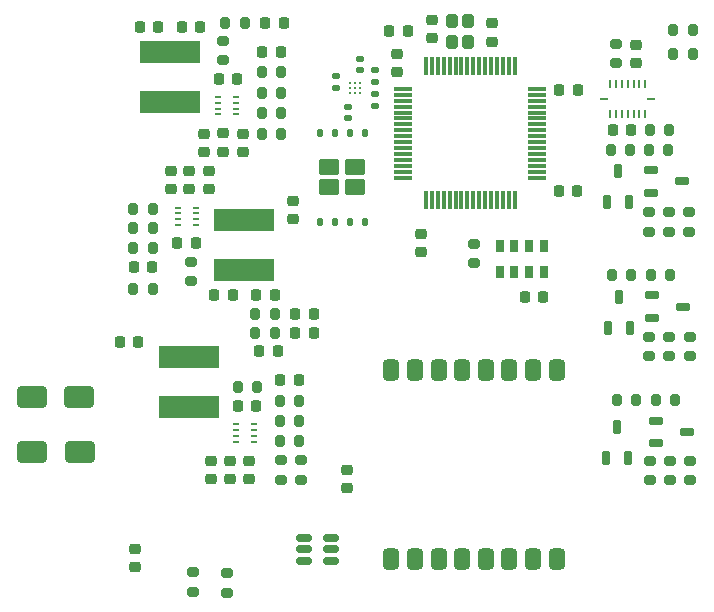
<source format=gbr>
%TF.GenerationSoftware,KiCad,Pcbnew,9.0.2+dfsg-1*%
%TF.CreationDate,2025-11-29T03:23:50-08:00*%
%TF.ProjectId,rc-plane,72632d70-6c61-46e6-952e-6b696361645f,rev?*%
%TF.SameCoordinates,Original*%
%TF.FileFunction,Paste,Bot*%
%TF.FilePolarity,Positive*%
%FSLAX46Y46*%
G04 Gerber Fmt 4.6, Leading zero omitted, Abs format (unit mm)*
G04 Created by KiCad (PCBNEW 9.0.2+dfsg-1) date 2025-11-29 03:23:50*
%MOMM*%
%LPD*%
G01*
G04 APERTURE LIST*
G04 Aperture macros list*
%AMRoundRect*
0 Rectangle with rounded corners*
0 $1 Rounding radius*
0 $2 $3 $4 $5 $6 $7 $8 $9 X,Y pos of 4 corners*
0 Add a 4 corners polygon primitive as box body*
4,1,4,$2,$3,$4,$5,$6,$7,$8,$9,$2,$3,0*
0 Add four circle primitives for the rounded corners*
1,1,$1+$1,$2,$3*
1,1,$1+$1,$4,$5*
1,1,$1+$1,$6,$7*
1,1,$1+$1,$8,$9*
0 Add four rect primitives between the rounded corners*
20,1,$1+$1,$2,$3,$4,$5,0*
20,1,$1+$1,$4,$5,$6,$7,0*
20,1,$1+$1,$6,$7,$8,$9,0*
20,1,$1+$1,$8,$9,$2,$3,0*%
G04 Aperture macros list end*
%ADD10R,0.609600X0.279400*%
%ADD11RoundRect,0.200000X-0.200000X-0.275000X0.200000X-0.275000X0.200000X0.275000X-0.200000X0.275000X0*%
%ADD12RoundRect,0.162500X0.162500X-0.447500X0.162500X0.447500X-0.162500X0.447500X-0.162500X-0.447500X0*%
%ADD13RoundRect,0.225000X0.250000X-0.225000X0.250000X0.225000X-0.250000X0.225000X-0.250000X-0.225000X0*%
%ADD14RoundRect,0.200000X0.275000X-0.200000X0.275000X0.200000X-0.275000X0.200000X-0.275000X-0.200000X0*%
%ADD15RoundRect,0.225000X-0.225000X-0.250000X0.225000X-0.250000X0.225000X0.250000X-0.225000X0.250000X0*%
%ADD16C,0.228600*%
%ADD17RoundRect,0.225000X0.225000X0.250000X-0.225000X0.250000X-0.225000X-0.250000X0.225000X-0.250000X0*%
%ADD18RoundRect,0.218750X0.218750X0.256250X-0.218750X0.256250X-0.218750X-0.256250X0.218750X-0.256250X0*%
%ADD19RoundRect,0.200000X-0.275000X0.200000X-0.275000X-0.200000X0.275000X-0.200000X0.275000X0.200000X0*%
%ADD20RoundRect,0.200000X0.200000X0.275000X-0.200000X0.275000X-0.200000X-0.275000X0.200000X-0.275000X0*%
%ADD21RoundRect,0.225000X-0.250000X0.225000X-0.250000X-0.225000X0.250000X-0.225000X0.250000X0.225000X0*%
%ADD22RoundRect,0.162500X-0.447500X-0.162500X0.447500X-0.162500X0.447500X0.162500X-0.447500X0.162500X0*%
%ADD23RoundRect,0.140000X-0.170000X0.140000X-0.170000X-0.140000X0.170000X-0.140000X0.170000X0.140000X0*%
%ADD24RoundRect,0.075000X-0.075000X0.700000X-0.075000X-0.700000X0.075000X-0.700000X0.075000X0.700000X0*%
%ADD25RoundRect,0.075000X-0.700000X0.075000X-0.700000X-0.075000X0.700000X-0.075000X0.700000X0.075000X0*%
%ADD26RoundRect,0.060000X0.240000X-0.490000X0.240000X0.490000X-0.240000X0.490000X-0.240000X-0.490000X0*%
%ADD27RoundRect,0.350000X-0.350000X0.550000X-0.350000X-0.550000X0.350000X-0.550000X0.350000X0.550000X0*%
%ADD28RoundRect,0.250000X1.000000X0.650000X-1.000000X0.650000X-1.000000X-0.650000X1.000000X-0.650000X0*%
%ADD29RoundRect,0.135000X0.185000X-0.135000X0.185000X0.135000X-0.185000X0.135000X-0.185000X-0.135000X0*%
%ADD30R,0.250000X0.675000*%
%ADD31R,0.675000X0.250000*%
%ADD32R,5.100000X1.900000*%
%ADD33RoundRect,0.250000X-0.615000X0.435000X-0.615000X-0.435000X0.615000X-0.435000X0.615000X0.435000X0*%
%ADD34RoundRect,0.125000X-0.125000X0.200000X-0.125000X-0.200000X0.125000X-0.200000X0.125000X0.200000X0*%
%ADD35RoundRect,0.150000X-0.512500X-0.150000X0.512500X-0.150000X0.512500X0.150000X-0.512500X0.150000X0*%
%ADD36RoundRect,0.140000X0.170000X-0.140000X0.170000X0.140000X-0.170000X0.140000X-0.170000X-0.140000X0*%
%ADD37RoundRect,0.250000X-0.250000X0.325000X-0.250000X-0.325000X0.250000X-0.325000X0.250000X0.325000X0*%
%ADD38RoundRect,0.135000X-0.185000X0.135000X-0.185000X-0.135000X0.185000X-0.135000X0.185000X0.135000X0*%
G04 APERTURE END LIST*
D10*
%TO.C,U13*%
X97760895Y-91250000D03*
X97760895Y-90749999D03*
X97760895Y-90249999D03*
X97760895Y-89749998D03*
X99259495Y-89749998D03*
X99259495Y-90249999D03*
X99259495Y-90749999D03*
X99259495Y-91250000D03*
%TD*%
%TO.C,U12*%
X94361100Y-71412500D03*
X94361100Y-71912501D03*
X94361100Y-72412501D03*
X94361100Y-72912502D03*
X92862500Y-72912502D03*
X92862500Y-72412501D03*
X92862500Y-71912501D03*
X92862500Y-71412500D03*
%TD*%
%TO.C,U5*%
X96238900Y-63537500D03*
X96238900Y-63037499D03*
X96238900Y-62537499D03*
X96238900Y-62037498D03*
X97737500Y-62037498D03*
X97737500Y-62537499D03*
X97737500Y-63037499D03*
X97737500Y-63537500D03*
%TD*%
D11*
%TO.C,R37*%
X132675000Y-66550000D03*
X134325000Y-66550000D03*
%TD*%
D12*
%TO.C,Q1*%
X130950000Y-92620000D03*
X129050000Y-92620000D03*
X130000000Y-90000000D03*
%TD*%
D13*
%TO.C,C28*%
X95025000Y-66700000D03*
X95025000Y-65150000D03*
%TD*%
D14*
%TO.C,R15*%
X132700000Y-84000000D03*
X132700000Y-82350000D03*
%TD*%
D15*
%TO.C,C48*%
X89075000Y-76425000D03*
X90625000Y-76425000D03*
%TD*%
D16*
%TO.C,U8*%
X108200050Y-61700050D03*
X108200050Y-61300000D03*
X108200050Y-60899950D03*
X107800000Y-61700050D03*
X107800000Y-61300000D03*
X107800000Y-60899950D03*
X107399950Y-61700050D03*
X107399950Y-61300000D03*
X107399950Y-60899950D03*
%TD*%
D15*
%TO.C,C36*%
X96275000Y-60537500D03*
X97825000Y-60537500D03*
%TD*%
D17*
%TO.C,C55*%
X103046995Y-86050000D03*
X101496995Y-86050000D03*
%TD*%
D11*
%TO.C,R61*%
X101446995Y-87760000D03*
X103096995Y-87760000D03*
%TD*%
D18*
%TO.C,D12*%
X104312500Y-80400000D03*
X102737500Y-80400000D03*
%TD*%
D11*
%TO.C,R57*%
X99375000Y-82000000D03*
X101025000Y-82000000D03*
%TD*%
D19*
%TO.C,R38*%
X132700000Y-71825000D03*
X132700000Y-73475000D03*
%TD*%
%TO.C,R5*%
X136200000Y-92875000D03*
X136200000Y-94525000D03*
%TD*%
D20*
%TO.C,R1*%
X136425000Y-56400000D03*
X134775000Y-56400000D03*
%TD*%
D11*
%TO.C,R34*%
X132875000Y-77100000D03*
X134525000Y-77100000D03*
%TD*%
D17*
%TO.C,C44*%
X94325000Y-74412500D03*
X92775000Y-74412500D03*
%TD*%
D11*
%TO.C,R3*%
X134775000Y-58400000D03*
X136425000Y-58400000D03*
%TD*%
%TO.C,R50*%
X89025000Y-73150000D03*
X90675000Y-73150000D03*
%TD*%
D21*
%TO.C,C33*%
X113400000Y-73625000D03*
X113400000Y-75175000D03*
%TD*%
D19*
%TO.C,R18*%
X136150000Y-82350000D03*
X136150000Y-84000000D03*
%TD*%
D22*
%TO.C,Q7*%
X132840000Y-70150000D03*
X132840000Y-68250000D03*
X135460000Y-69200000D03*
%TD*%
D17*
%TO.C,C32*%
X131175000Y-64850000D03*
X129625000Y-64850000D03*
%TD*%
D11*
%TO.C,R46*%
X99925000Y-63437500D03*
X101575000Y-63437500D03*
%TD*%
D23*
%TO.C,C30*%
X107200000Y-62900000D03*
X107200000Y-63860000D03*
%TD*%
D21*
%TO.C,C1*%
X114300000Y-55525000D03*
X114300000Y-57075000D03*
%TD*%
D11*
%TO.C,R35*%
X129475000Y-66550000D03*
X131125000Y-66550000D03*
%TD*%
D13*
%TO.C,C50*%
X98871995Y-94425000D03*
X98871995Y-92875000D03*
%TD*%
D24*
%TO.C,U11*%
X113825000Y-59450000D03*
X114325000Y-59450000D03*
X114825000Y-59450000D03*
X115325000Y-59450000D03*
X115825000Y-59450000D03*
X116325000Y-59450000D03*
X116825000Y-59450000D03*
X117325000Y-59450000D03*
X117825000Y-59450000D03*
X118325000Y-59450000D03*
X118825000Y-59450000D03*
X119325000Y-59450000D03*
X119825000Y-59450000D03*
X120325000Y-59450000D03*
X120825000Y-59450000D03*
X121325000Y-59450000D03*
D25*
X123250000Y-61375000D03*
X123250000Y-61875000D03*
X123250000Y-62375000D03*
X123250000Y-62875000D03*
X123250000Y-63375000D03*
X123250000Y-63875000D03*
X123250000Y-64375000D03*
X123250000Y-64875000D03*
X123250000Y-65375000D03*
X123250000Y-65875000D03*
X123250000Y-66375000D03*
X123250000Y-66875000D03*
X123250000Y-67375000D03*
X123250000Y-67875000D03*
X123250000Y-68375000D03*
X123250000Y-68875000D03*
D24*
X121325000Y-70800000D03*
X120825000Y-70800000D03*
X120325000Y-70800000D03*
X119825000Y-70800000D03*
X119325000Y-70800000D03*
X118825000Y-70800000D03*
X118325000Y-70800000D03*
X117825000Y-70800000D03*
X117325000Y-70800000D03*
X116825000Y-70800000D03*
X116325000Y-70800000D03*
X115825000Y-70800000D03*
X115325000Y-70800000D03*
X114825000Y-70800000D03*
X114325000Y-70800000D03*
X113825000Y-70800000D03*
D25*
X111900000Y-68875000D03*
X111900000Y-68375000D03*
X111900000Y-67875000D03*
X111900000Y-67375000D03*
X111900000Y-66875000D03*
X111900000Y-66375000D03*
X111900000Y-65875000D03*
X111900000Y-65375000D03*
X111900000Y-64875000D03*
X111900000Y-64375000D03*
X111900000Y-63875000D03*
X111900000Y-63375000D03*
X111900000Y-62875000D03*
X111900000Y-62375000D03*
X111900000Y-61875000D03*
X111900000Y-61375000D03*
%TD*%
D20*
%TO.C,R51*%
X90675000Y-74800000D03*
X89025000Y-74800000D03*
%TD*%
D26*
%TO.C,U7*%
X123800000Y-76900000D03*
X122550000Y-76900000D03*
X121300000Y-76900000D03*
X120050000Y-76900000D03*
X120050000Y-74700000D03*
X121300000Y-74700000D03*
X122550000Y-74700000D03*
X123800000Y-74700000D03*
%TD*%
D20*
%TO.C,R4*%
X131625000Y-87700000D03*
X129975000Y-87700000D03*
%TD*%
D19*
%TO.C,R39*%
X134400000Y-71825000D03*
X134400000Y-73475000D03*
%TD*%
%TO.C,R40*%
X117900000Y-74475000D03*
X117900000Y-76125000D03*
%TD*%
D20*
%TO.C,R60*%
X103096995Y-89450000D03*
X101446995Y-89450000D03*
%TD*%
D22*
%TO.C,Q2*%
X133290000Y-91350000D03*
X133290000Y-89450000D03*
X135910000Y-90400000D03*
%TD*%
D11*
%TO.C,R49*%
X101446995Y-91150000D03*
X103096995Y-91150000D03*
%TD*%
D13*
%TO.C,C31*%
X98300000Y-66700000D03*
X98300000Y-65150000D03*
%TD*%
D27*
%TO.C,U2*%
X110890000Y-85140000D03*
X112890000Y-85140000D03*
X114890000Y-85140000D03*
X116890000Y-85140000D03*
X118890000Y-85140000D03*
X120890000Y-85140000D03*
X122890000Y-85140000D03*
X124890000Y-85140000D03*
X124890000Y-101140000D03*
X122890000Y-101140000D03*
X120890000Y-101140000D03*
X118890000Y-101140000D03*
X116890000Y-101140000D03*
X114890000Y-101140000D03*
X112890000Y-101140000D03*
X110890000Y-101140000D03*
%TD*%
D21*
%TO.C,C15*%
X89200000Y-100300000D03*
X89200000Y-101850000D03*
%TD*%
D20*
%TO.C,R32*%
X101575000Y-61700000D03*
X99925000Y-61700000D03*
%TD*%
D28*
%TO.C,D5*%
X84450000Y-87450000D03*
X80450000Y-87450000D03*
%TD*%
D13*
%TO.C,C29*%
X131625000Y-59165000D03*
X131625000Y-57615000D03*
%TD*%
D29*
%TO.C,R27*%
X109500000Y-62810000D03*
X109500000Y-61790000D03*
%TD*%
D19*
%TO.C,R14*%
X134400000Y-82350000D03*
X134400000Y-84000000D03*
%TD*%
D18*
%TO.C,D13*%
X104312500Y-82000000D03*
X102737500Y-82000000D03*
%TD*%
D30*
%TO.C,U6*%
X132400000Y-60937500D03*
X131900000Y-60937500D03*
X131400000Y-60937500D03*
X130900000Y-60937500D03*
X130400000Y-60937500D03*
X129900000Y-60937500D03*
X129400000Y-60937500D03*
D31*
X128887500Y-62200000D03*
D30*
X129400000Y-63462500D03*
X129900000Y-63462500D03*
X130400000Y-63462500D03*
X130900000Y-63462500D03*
X131400000Y-63462500D03*
X131900000Y-63462500D03*
X132400000Y-63462500D03*
D31*
X132912500Y-62200000D03*
%TD*%
D19*
%TO.C,R52*%
X93950000Y-75987499D03*
X93950000Y-77637499D03*
%TD*%
D17*
%TO.C,C38*%
X94700000Y-56137500D03*
X93150000Y-56137500D03*
%TD*%
D11*
%TO.C,R19*%
X129550000Y-77100000D03*
X131200000Y-77100000D03*
%TD*%
%TO.C,R41*%
X132775000Y-64850000D03*
X134425000Y-64850000D03*
%TD*%
D32*
%TO.C,L2*%
X92150000Y-62450000D03*
X92150000Y-58250000D03*
%TD*%
D11*
%TO.C,R48*%
X96850000Y-55750000D03*
X98500000Y-55750000D03*
%TD*%
D15*
%TO.C,C52*%
X97925000Y-88250000D03*
X99475000Y-88250000D03*
%TD*%
D11*
%TO.C,R55*%
X97875000Y-86600000D03*
X99525000Y-86600000D03*
%TD*%
D13*
%TO.C,C6*%
X111400000Y-59975000D03*
X111400000Y-58425000D03*
%TD*%
D18*
%TO.C,D11*%
X101787500Y-55750000D03*
X100212500Y-55750000D03*
%TD*%
D22*
%TO.C,Q4*%
X132980000Y-80750000D03*
X132980000Y-78850000D03*
X135600000Y-79800000D03*
%TD*%
D33*
%TO.C,U46*%
X107800000Y-68000000D03*
X105650000Y-68000000D03*
X107800000Y-69700000D03*
X105650000Y-69700000D03*
D34*
X104820000Y-65100000D03*
X106090000Y-65100000D03*
X107360000Y-65100000D03*
X108630000Y-65100000D03*
X108630000Y-72600000D03*
X107360000Y-72600000D03*
X106090000Y-72600000D03*
X104820000Y-72600000D03*
%TD*%
D12*
%TO.C,Q5*%
X131100000Y-81600000D03*
X129200000Y-81600000D03*
X130150000Y-78980000D03*
%TD*%
D17*
%TO.C,C45*%
X100999999Y-78812500D03*
X99449999Y-78812500D03*
%TD*%
D13*
%TO.C,C26*%
X96650000Y-66687500D03*
X96650000Y-65137500D03*
%TD*%
D35*
%TO.C,U9*%
X103525000Y-101300000D03*
X103525000Y-100350000D03*
X103525000Y-99400000D03*
X105800000Y-99400000D03*
X105800000Y-100350000D03*
X105800000Y-101300000D03*
%TD*%
D28*
%TO.C,D4*%
X84500000Y-92100000D03*
X80500000Y-92100000D03*
%TD*%
D32*
%TO.C,L3*%
X98450000Y-72500000D03*
X98450000Y-76700000D03*
%TD*%
D14*
%TO.C,R25*%
X97000000Y-104025000D03*
X97000000Y-102375000D03*
%TD*%
D19*
%TO.C,R36*%
X136100000Y-71825000D03*
X136100000Y-73475000D03*
%TD*%
%TO.C,R7*%
X134500000Y-92875000D03*
X134500000Y-94525000D03*
%TD*%
D20*
%TO.C,R53*%
X90675000Y-71512500D03*
X89025000Y-71512500D03*
%TD*%
D14*
%TO.C,R47*%
X96650000Y-58962501D03*
X96650000Y-57312501D03*
%TD*%
D36*
%TO.C,C27*%
X108200000Y-59800000D03*
X108200000Y-58840000D03*
%TD*%
D21*
%TO.C,C39*%
X93800000Y-68287500D03*
X93800000Y-69837500D03*
%TD*%
D17*
%TO.C,C5*%
X112275000Y-56500000D03*
X110725000Y-56500000D03*
%TD*%
D14*
%TO.C,R24*%
X94100000Y-103925000D03*
X94100000Y-102275000D03*
%TD*%
D37*
%TO.C,Y1*%
X117400000Y-55650000D03*
X117400000Y-57400000D03*
X116000000Y-57400000D03*
X116000000Y-55650000D03*
%TD*%
D32*
%TO.C,L4*%
X93800000Y-88300000D03*
X93800000Y-84100000D03*
%TD*%
D15*
%TO.C,C47*%
X95900000Y-78812500D03*
X97450000Y-78812500D03*
%TD*%
D13*
%TO.C,C49*%
X95600000Y-94425000D03*
X95600000Y-92875000D03*
%TD*%
D15*
%TO.C,C34*%
X125050000Y-70000000D03*
X126600000Y-70000000D03*
%TD*%
D13*
%TO.C,C46*%
X97250000Y-94425000D03*
X97250000Y-92875000D03*
%TD*%
D15*
%TO.C,C53*%
X87925000Y-82800000D03*
X89475000Y-82800000D03*
%TD*%
D19*
%TO.C,R58*%
X101571995Y-92825000D03*
X101571995Y-94475000D03*
%TD*%
D11*
%TO.C,R31*%
X99925000Y-65200000D03*
X101575000Y-65200000D03*
%TD*%
D17*
%TO.C,C25*%
X123775000Y-79000000D03*
X122225000Y-79000000D03*
%TD*%
D14*
%TO.C,R59*%
X103271995Y-94475000D03*
X103271995Y-92825000D03*
%TD*%
D13*
%TO.C,C14*%
X102550000Y-72400000D03*
X102550000Y-70850000D03*
%TD*%
D21*
%TO.C,C40*%
X95412500Y-68287500D03*
X95412500Y-69837500D03*
%TD*%
D17*
%TO.C,C21*%
X101525000Y-58250000D03*
X99975000Y-58250000D03*
%TD*%
D13*
%TO.C,C4*%
X119425000Y-57375000D03*
X119425000Y-55825000D03*
%TD*%
D14*
%TO.C,R42*%
X129925000Y-59215000D03*
X129925000Y-57565000D03*
%TD*%
D11*
%TO.C,R43*%
X99925000Y-59950000D03*
X101575000Y-59950000D03*
%TD*%
D17*
%TO.C,C54*%
X101275000Y-83600000D03*
X99725000Y-83600000D03*
%TD*%
D11*
%TO.C,R8*%
X133275000Y-87700000D03*
X134925000Y-87700000D03*
%TD*%
%TO.C,R56*%
X99375000Y-80400000D03*
X101025000Y-80400000D03*
%TD*%
D21*
%TO.C,C42*%
X107100000Y-93625000D03*
X107100000Y-95175000D03*
%TD*%
D20*
%TO.C,R54*%
X90675000Y-78337500D03*
X89025000Y-78337500D03*
%TD*%
D38*
%TO.C,R30*%
X109500000Y-59780000D03*
X109500000Y-60800000D03*
%TD*%
D19*
%TO.C,R6*%
X132800000Y-92875000D03*
X132800000Y-94525000D03*
%TD*%
D15*
%TO.C,C7*%
X125125000Y-61500000D03*
X126675000Y-61500000D03*
%TD*%
D12*
%TO.C,Q6*%
X131042500Y-70960000D03*
X129142500Y-70960000D03*
X130092500Y-68340000D03*
%TD*%
D15*
%TO.C,C37*%
X89600001Y-56137500D03*
X91150001Y-56137500D03*
%TD*%
D36*
%TO.C,C117*%
X106200000Y-61260000D03*
X106200000Y-60300000D03*
%TD*%
D21*
%TO.C,C41*%
X92200000Y-68287500D03*
X92200000Y-69837500D03*
%TD*%
M02*

</source>
